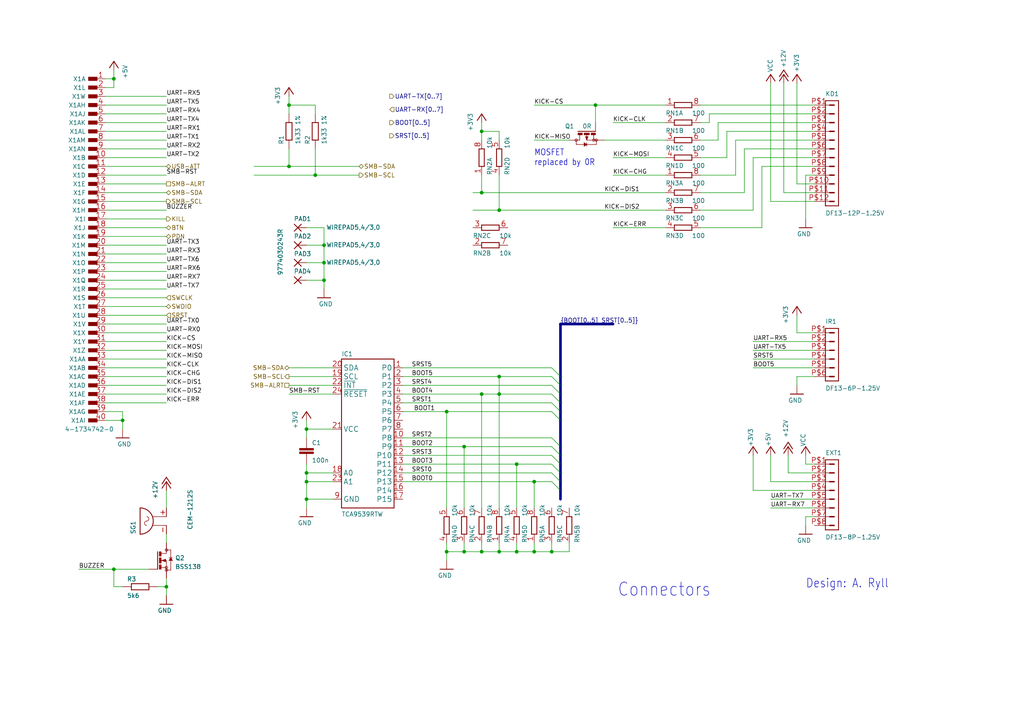
<source format=kicad_sch>
(kicad_sch (version 20250114) (generator "eeschema") (generator_version "9.0")
  (paper "A4")
  (text "Connectors" (at 179.07 173.355 0) (effects (font (size 3.81 3.2385)) (justify left bottom)))
  (text "Design: A. Ryll" (at 233.68 170.815 0) (effects (font (size 2.54 2.159)) (justify left bottom)))
  (text "MOSFET\nreplaced by 0R" (at 154.94 48.26 0) (effects (font (size 1.778 1.5113)) (justify left bottom)))
  (junction (at 129.54 119.38))
  (junction (at 154.94 139.7))
  (junction (at 160.02 160.02))
  (junction (at 129.54 160.02))
  (junction (at 172.72 30.48))
  (junction (at 134.62 129.54))
  (junction (at 149.86 134.62))
  (junction (at 134.62 160.02))
  (junction (at 93.98 76.2))
  (junction (at 83.82 30.48))
  (junction (at 144.78 114.3))
  (junction (at 88.9 139.7))
  (junction (at 139.7 38.1))
  (junction (at 149.86 160.02))
  (junction (at 93.98 71.12))
  (junction (at 144.78 60.96))
  (junction (at 88.9 124.46))
  (junction (at 91.44 50.8))
  (junction (at 144.78 109.22))
  (junction (at 48.26 170.18))
  (junction (at 88.9 144.78))
  (junction (at 33.02 22.86))
  (junction (at 139.7 114.3))
  (junction (at 93.98 81.28))
  (junction (at 139.7 55.88))
  (junction (at 83.82 48.26))
  (junction (at 33.02 165.1))
  (junction (at 35.56 121.92))
  (junction (at 139.7 160.02))
  (junction (at 144.78 160.02))
  (junction (at 154.94 160.02))
  (junction (at 88.9 137.16))
  (bus_entry (at 160.02 139.7) (size 2.54 2.54))
  (bus_entry (at 160.02 119.38) (size 2.54 2.54))
  (bus_entry (at 160.02 134.62) (size 2.54 2.54))
  (bus_entry (at 160.02 111.76) (size 2.54 2.54))
  (bus_entry (at 160.02 129.54) (size 2.54 2.54))
  (bus_entry (at 160.02 106.68) (size 2.54 2.54))
  (bus_entry (at 160.02 137.16) (size 2.54 2.54))
  (bus_entry (at 160.02 116.84) (size 2.54 2.54))
  (bus_entry (at 160.02 132.08) (size 2.54 2.54))
  (bus_entry (at 160.02 109.22) (size 2.54 2.54))
  (bus_entry (at 160.02 114.3) (size 2.54 2.54))
  (bus_entry (at 160.02 127) (size 2.54 2.54))
  (wire (pts (xy 236.22 147.32) (xy 223.52 147.32)) (stroke (width 0.1524)))
  (wire (pts (xy 88.9 66.04) (xy 93.98 66.04)) (stroke (width 0.1524)))
  (wire (pts (xy 91.44 50.8) (xy 104.14 50.8)) (stroke (width 0.1524)))
  (wire (pts (xy 129.54 147.32) (xy 129.54 119.38)) (stroke (width 0.1524)))
  (wire (pts (xy 30.48 22.86) (xy 33.02 22.86)) (stroke (width 0.1524)))
  (bus (pts (xy 162.56 93.98) (xy 177.8 93.98)) (stroke (width 0.762)))
  (wire (pts (xy 139.7 160.02) (xy 144.78 160.02)) (stroke (width 0.1524)))
  (wire (pts (xy 33.02 22.86) (xy 33.02 20.32)) (stroke (width 0.1524)))
  (wire (pts (xy 139.7 147.32) (xy 139.7 114.3)) (stroke (width 0.1524)))
  (wire (pts (xy 134.62 160.02) (xy 134.62 157.48)) (stroke (width 0.1524)))
  (wire (pts (xy 96.52 139.7) (xy 88.9 139.7)) (stroke (width 0.1524)))
  (wire (pts (xy 88.9 124.46) (xy 88.9 121.92)) (stroke (width 0.1524)))
  (wire (pts (xy 231.14 53.34) (xy 236.22 53.34)) (stroke (width 0.1524)))
  (wire (pts (xy 73.66 50.8) (xy 91.44 50.8)) (stroke (width 0.1524)))
  (wire (pts (xy 236.22 104.14) (xy 218.44 104.14)) (stroke (width 0.1524)))
  (wire (pts (xy 203.2 40.64) (xy 208.28 40.64)) (stroke (width 0.1524)))
  (wire (pts (xy 139.7 38.1) (xy 139.7 35.56)) (stroke (width 0.1524)))
  (wire (pts (xy 48.26 40.64) (xy 30.48 40.64)) (stroke (width 0.1524)))
  (wire (pts (xy 30.48 78.74) (xy 48.26 78.74)) (stroke (width 0.1524)))
  (wire (pts (xy 218.44 142.24) (xy 218.44 132.08)) (stroke (width 0.1524)))
  (wire (pts (xy 134.62 147.32) (xy 134.62 129.54)) (stroke (width 0.1524)))
  (wire (pts (xy 93.98 81.28) (xy 93.98 83.82)) (stroke (width 0.1524)))
  (wire (pts (xy 83.82 48.26) (xy 104.14 48.26)) (stroke (width 0.1524)))
  (wire (pts (xy 236.22 106.68) (xy 218.44 106.68)) (stroke (width 0.1524)))
  (wire (pts (xy 208.28 40.64) (xy 208.28 35.56)) (stroke (width 0.1524)))
  (wire (pts (xy 149.86 147.32) (xy 149.86 134.62)) (stroke (width 0.1524)))
  (wire (pts (xy 228.6 137.16) (xy 228.6 132.08)) (stroke (width 0.1524)))
  (wire (pts (xy 203.2 45.72) (xy 210.82 45.72)) (stroke (width 0.1524)))
  (wire (pts (xy 48.26 43.18) (xy 30.48 43.18)) (stroke (width 0.1524)))
  (bus (pts (xy 162.56 121.92) (xy 162.56 119.38)) (stroke (width 0.762)))
  (wire (pts (xy 175.26 40.64) (xy 193.04 40.64)) (stroke (width 0.1524)))
  (wire (pts (xy 48.26 170.18) (xy 48.26 167.64)) (stroke (width 0.1524)))
  (wire (pts (xy 116.84 114.3) (xy 139.7 114.3)) (stroke (width 0.1524)))
  (wire (pts (xy 144.78 114.3) (xy 160.02 114.3)) (stroke (width 0.1524)))
  (wire (pts (xy 30.48 73.66) (xy 48.26 73.66)) (stroke (width 0.1524)))
  (wire (pts (xy 144.78 114.3) (xy 144.78 109.22)) (stroke (width 0.1524)))
  (wire (pts (xy 96.52 111.76) (xy 83.82 111.76)) (stroke (width 0.1524)))
  (wire (pts (xy 96.52 106.68) (xy 83.82 106.68)) (stroke (width 0.1524)))
  (wire (pts (xy 33.02 170.18) (xy 33.02 165.1)) (stroke (width 0.1524)))
  (wire (pts (xy 144.78 147.32) (xy 144.78 114.3)) (stroke (width 0.1524)))
  (wire (pts (xy 116.84 129.54) (xy 134.62 129.54)) (stroke (width 0.1524)))
  (wire (pts (xy 88.9 139.7) (xy 88.9 144.78)) (stroke (width 0.1524)))
  (wire (pts (xy 193.04 50.8) (xy 177.8 50.8)) (stroke (width 0.1524)))
  (wire (pts (xy 231.14 53.34) (xy 231.14 24.13)) (stroke (width 0.1524)))
  (wire (pts (xy 205.74 35.56) (xy 205.74 33.02)) (stroke (width 0.1524)))
  (wire (pts (xy 116.84 106.68) (xy 160.02 106.68)) (stroke (width 0.1524)))
  (wire (pts (xy 144.78 160.02) (xy 149.86 160.02)) (stroke (width 0.1524)))
  (wire (pts (xy 116.84 137.16) (xy 160.02 137.16)) (stroke (width 0.1524)))
  (wire (pts (xy 236.22 134.62) (xy 233.68 134.62)) (stroke (width 0.1524)))
  (wire (pts (xy 116.84 109.22) (xy 144.78 109.22)) (stroke (width 0.1524)))
  (wire (pts (xy 93.98 76.2) (xy 93.98 81.28)) (stroke (width 0.1524)))
  (bus (pts (xy 162.56 116.84) (xy 162.56 114.3)) (stroke (width 0.762)))
  (wire (pts (xy 73.66 48.26) (xy 83.82 48.26)) (stroke (width 0.1524)))
  (wire (pts (xy 129.54 160.02) (xy 134.62 160.02)) (stroke (width 0.1524)))
  (wire (pts (xy 30.48 109.22) (xy 48.26 109.22)) (stroke (width 0.1524)))
  (wire (pts (xy 227.33 55.88) (xy 227.33 24.13)) (stroke (width 0.1524)))
  (wire (pts (xy 93.98 71.12) (xy 93.98 76.2)) (stroke (width 0.1524)))
  (wire (pts (xy 48.26 88.9) (xy 30.48 88.9)) (stroke (width 0.1524)))
  (wire (pts (xy 35.56 170.18) (xy 33.02 170.18)) (stroke (width 0.1524)))
  (wire (pts (xy 144.78 40.64) (xy 144.78 38.1)) (stroke (width 0.1524)))
  (wire (pts (xy 35.56 119.38) (xy 35.56 121.92)) (stroke (width 0.1524)))
  (wire (pts (xy 139.7 50.8) (xy 139.7 55.88)) (stroke (width 0.1524)))
  (wire (pts (xy 48.26 38.1) (xy 30.48 38.1)) (stroke (width 0.1524)))
  (wire (pts (xy 48.26 93.98) (xy 30.48 93.98)) (stroke (width 0.1524)))
  (wire (pts (xy 48.26 147.32) (xy 48.26 142.24)) (stroke (width 0.1524)))
  (wire (pts (xy 215.9 43.18) (xy 236.22 43.18)) (stroke (width 0.1524)))
  (wire (pts (xy 48.26 81.28) (xy 30.48 81.28)) (stroke (width 0.1524)))
  (wire (pts (xy 236.22 144.78) (xy 223.52 144.78)) (stroke (width 0.1524)))
  (wire (pts (xy 236.22 96.52) (xy 231.14 96.52)) (stroke (width 0.1524)))
  (wire (pts (xy 30.48 76.2) (xy 48.26 76.2)) (stroke (width 0.1524)))
  (wire (pts (xy 93.98 66.04) (xy 93.98 71.12)) (stroke (width 0.1524)))
  (wire (pts (xy 48.26 63.5) (xy 30.48 63.5)) (stroke (width 0.1524)))
  (wire (pts (xy 129.54 160.02) (xy 129.54 157.48)) (stroke (width 0.1524)))
  (bus (pts (xy 162.56 139.7) (xy 162.56 137.16)) (stroke (width 0.762)))
  (wire (pts (xy 231.14 109.22) (xy 231.14 111.76)) (stroke (width 0.1524)))
  (wire (pts (xy 213.36 40.64) (xy 236.22 40.64)) (stroke (width 0.1524)))
  (wire (pts (xy 233.68 134.62) (xy 233.68 132.08)) (stroke (width 0.1524)))
  (bus (pts (xy 162.56 134.62) (xy 162.56 132.08)) (stroke (width 0.762)))
  (wire (pts (xy 48.26 96.52) (xy 30.48 96.52)) (stroke (width 0.1524)))
  (wire (pts (xy 30.48 99.06) (xy 48.26 99.06)) (stroke (width 0.1524)))
  (wire (pts (xy 30.48 116.84) (xy 48.26 116.84)) (stroke (width 0.1524)))
  (wire (pts (xy 48.26 30.48) (xy 30.48 30.48)) (stroke (width 0.1524)))
  (wire (pts (xy 48.26 58.42) (xy 30.48 58.42)) (stroke (width 0.1524)))
  (wire (pts (xy 144.78 60.96) (xy 137.16 60.96)) (stroke (width 0.1524)))
  (wire (pts (xy 48.26 55.88) (xy 30.48 55.88)) (stroke (width 0.1524)))
  (wire (pts (xy 48.26 48.26) (xy 30.48 48.26)) (stroke (width 0.1524)))
  (wire (pts (xy 88.9 137.16) (xy 88.9 134.62)) (stroke (width 0.1524)))
  (bus (pts (xy 162.56 129.54) (xy 162.56 121.92)) (stroke (width 0.762)))
  (wire (pts (xy 30.48 86.36) (xy 48.26 86.36)) (stroke (width 0.1524)))
  (wire (pts (xy 129.54 162.56) (xy 129.54 160.02)) (stroke (width 0.1524)))
  (wire (pts (xy 139.7 114.3) (xy 144.78 114.3)) (stroke (width 0.1524)))
  (wire (pts (xy 165.1 160.02) (xy 165.1 157.48)) (stroke (width 0.1524)))
  (wire (pts (xy 227.33 55.88) (xy 236.22 55.88)) (stroke (width 0.1524)))
  (wire (pts (xy 213.36 50.8) (xy 213.36 40.64)) (stroke (width 0.1524)))
  (bus (pts (xy 162.56 142.24) (xy 162.56 139.7)) (stroke (width 0.762)))
  (wire (pts (xy 236.22 109.22) (xy 231.14 109.22)) (stroke (width 0.1524)))
  (wire (pts (xy 154.94 160.02) (xy 160.02 160.02)) (stroke (width 0.1524)))
  (wire (pts (xy 96.52 109.22) (xy 83.82 109.22)) (stroke (width 0.1524)))
  (wire (pts (xy 149.86 160.02) (xy 149.86 157.48)) (stroke (width 0.1524)))
  (wire (pts (xy 139.7 55.88) (xy 193.04 55.88)) (stroke (width 0.1524)))
  (wire (pts (xy 33.02 165.1) (xy 22.86 165.1)) (stroke (width 0.1524)))
  (wire (pts (xy 48.26 45.72) (xy 30.48 45.72)) (stroke (width 0.1524)))
  (wire (pts (xy 144.78 109.22) (xy 160.02 109.22)) (stroke (width 0.1524)))
  (wire (pts (xy 96.52 144.78) (xy 88.9 144.78)) (stroke (width 0.1524)))
  (wire (pts (xy 193.04 35.56) (xy 177.8 35.56)) (stroke (width 0.1524)))
  (wire (pts (xy 48.26 91.44) (xy 30.48 91.44)) (stroke (width 0.1524)))
  (wire (pts (xy 203.2 50.8) (xy 213.36 50.8)) (stroke (width 0.1524)))
  (wire (pts (xy 116.84 139.7) (xy 154.94 139.7)) (stroke (width 0.1524)))
  (wire (pts (xy 116.84 127) (xy 160.02 127)) (stroke (width 0.1524)))
  (bus (pts (xy 162.56 144.78) (xy 162.56 142.24)) (stroke (width 0.762)))
  (wire (pts (xy 203.2 66.04) (xy 220.98 66.04)) (stroke (width 0.1524)))
  (wire (pts (xy 116.84 132.08) (xy 160.02 132.08)) (stroke (width 0.1524)))
  (wire (pts (xy 210.82 38.1) (xy 236.22 38.1)) (stroke (width 0.1524)))
  (wire (pts (xy 116.84 134.62) (xy 149.86 134.62)) (stroke (width 0.1524)))
  (wire (pts (xy 215.9 55.88) (xy 215.9 43.18)) (stroke (width 0.1524)))
  (wire (pts (xy 30.48 106.68) (xy 48.26 106.68)) (stroke (width 0.1524)))
  (wire (pts (xy 218.44 60.96) (xy 218.44 45.72)) (stroke (width 0.1524)))
  (wire (pts (xy 144.78 160.02) (xy 144.78 157.48)) (stroke (width 0.1524)))
  (bus (pts (xy 162.56 114.3) (xy 162.56 111.76)) (stroke (width 0.762)))
  (bus (pts (xy 162.56 137.16) (xy 162.56 134.62)) (stroke (width 0.762)))
  (bus (pts (xy 162.56 111.76) (xy 162.56 109.22)) (stroke (width 0.762)))
  (wire (pts (xy 165.1 40.64) (xy 154.94 40.64)) (stroke (width 0.1524)))
  (wire (pts (xy 172.72 30.48) (xy 193.04 30.48)) (stroke (width 0.1524)))
  (wire (pts (xy 91.44 30.48) (xy 83.82 30.48)) (stroke (width 0.1524)))
  (wire (pts (xy 236.22 149.86) (xy 233.68 149.86)) (stroke (width 0.1524)))
  (wire (pts (xy 139.7 157.48) (xy 139.7 160.02)) (stroke (width 0.1524)))
  (wire (pts (xy 231.14 96.52) (xy 231.14 91.44)) (stroke (width 0.1524)))
  (wire (pts (xy 88.9 144.78) (xy 88.9 147.32)) (stroke (width 0.1524)))
  (wire (pts (xy 160.02 157.48) (xy 160.02 160.02)) (stroke (width 0.1524)))
  (wire (pts (xy 83.82 30.48) (xy 83.82 27.94)) (stroke (width 0.1524)))
  (wire (pts (xy 48.26 53.34) (xy 30.48 53.34)) (stroke (width 0.1524)))
  (wire (pts (xy 91.44 43.18) (xy 91.44 50.8)) (stroke (width 0.1524)))
  (wire (pts (xy 205.74 33.02) (xy 236.22 33.02)) (stroke (width 0.1524)))
  (wire (pts (xy 223.52 139.7) (xy 223.52 132.08)) (stroke (width 0.1524)))
  (wire (pts (xy 220.98 66.04) (xy 220.98 48.26)) (stroke (width 0.1524)))
  (wire (pts (xy 236.22 142.24) (xy 218.44 142.24)) (stroke (width 0.1524)))
  (wire (pts (xy 236.22 99.06) (xy 218.44 99.06)) (stroke (width 0.1524)))
  (wire (pts (xy 88.9 76.2) (xy 93.98 76.2)) (stroke (width 0.1524)))
  (wire (pts (xy 203.2 30.48) (xy 236.22 30.48)) (stroke (width 0.1524)))
  (wire (pts (xy 88.9 81.28) (xy 93.98 81.28)) (stroke (width 0.1524)))
  (wire (pts (xy 139.7 38.1) (xy 139.7 40.64)) (stroke (width 0.1524)))
  (wire (pts (xy 177.8 66.04) (xy 193.04 66.04)) (stroke (width 0.1524)))
  (wire (pts (xy 236.22 50.8) (xy 233.68 50.8)) (stroke (width 0.1524)))
  (wire (pts (xy 35.56 121.92) (xy 35.56 124.46)) (stroke (width 0.1524)))
  (wire (pts (xy 129.54 119.38) (xy 160.02 119.38)) (stroke (width 0.1524)))
  (wire (pts (xy 193.04 45.72) (xy 177.8 45.72)) (stroke (width 0.1524)))
  (wire (pts (xy 172.72 30.48) (xy 154.94 30.48)) (stroke (width 0.1524)))
  (wire (pts (xy 154.94 160.02) (xy 154.94 157.48)) (stroke (width 0.1524)))
  (wire (pts (xy 88.9 124.46) (xy 88.9 127)) (stroke (width 0.1524)))
  (wire (pts (xy 193.04 60.96) (xy 144.78 60.96)) (stroke (width 0.1524)))
  (wire (pts (xy 116.84 119.38) (xy 129.54 119.38)) (stroke (width 0.1524)))
  (wire (pts (xy 30.48 111.76) (xy 48.26 111.76)) (stroke (width 0.1524)))
  (wire (pts (xy 30.48 71.12) (xy 48.26 71.12)) (stroke (width 0.1524)))
  (wire (pts (xy 30.48 114.3) (xy 48.26 114.3)) (stroke (width 0.1524)))
  (wire (pts (xy 154.94 139.7) (xy 160.02 139.7)) (stroke (width 0.1524)))
  (wire (pts (xy 236.22 137.16) (xy 228.6 137.16)) (stroke (width 0.1524)))
  (wire (pts (xy 48.26 60.96) (xy 30.48 60.96)) (stroke (width 0.1524)))
  (wire (pts (xy 149.86 160.02) (xy 154.94 160.02)) (stroke (width 0.1524)))
  (wire (pts (xy 96.52 124.46) (xy 88.9 124.46)) (stroke (width 0.1524)))
  (wire (pts (xy 134.62 129.54) (xy 160.02 129.54)) (stroke (width 0.1524)))
  (wire (pts (xy 208.28 35.56) (xy 236.22 35.56)) (stroke (width 0.1524)))
  (wire (pts (xy 144.78 38.1) (xy 139.7 38.1)) (stroke (width 0.1524)))
  (wire (pts (xy 30.48 68.58) (xy 48.26 68.58)) (stroke (width 0.1524)))
  (wire (pts (xy 30.48 121.92) (xy 35.56 121.92)) (stroke (width 0.1524)))
  (wire (pts (xy 48.26 172.72) (xy 48.26 170.18)) (stroke (width 0.1524)))
  (wire (pts (xy 88.9 71.12) (xy 93.98 71.12)) (stroke (width 0.1524)))
  (wire (pts (xy 33.02 165.1) (xy 43.18 165.1)) (stroke (width 0.1524)))
  (wire (pts (xy 83.82 43.18) (xy 83.82 48.26)) (stroke (width 0.1524)))
  (bus (pts (xy 162.56 109.22) (xy 162.56 93.98)) (stroke (width 0.762)))
  (wire (pts (xy 220.98 48.26) (xy 236.22 48.26)) (stroke (width 0.1524)))
  (wire (pts (xy 116.84 116.84) (xy 160.02 116.84)) (stroke (width 0.1524)))
  (wire (pts (xy 233.68 50.8) (xy 233.68 63.5)))
  (wire (pts (xy 30.48 104.14) (xy 48.26 104.14)) (stroke (width 0.1524)))
  (wire (pts (xy 48.26 33.02) (xy 30.48 33.02)) (stroke (width 0.1524)))
  (wire (pts (xy 233.68 149.86) (xy 233.68 152.4)) (stroke (width 0.1524)))
  (wire (pts (xy 91.44 33.02) (xy 91.44 30.48)) (stroke (width 0.1524)))
  (bus (pts (xy 162.56 119.38) (xy 162.56 116.84)) (stroke (width 0.762)))
  (wire (pts (xy 48.26 170.18) (xy 45.72 170.18)) (stroke (width 0.1524)))
  (wire (pts (xy 160.02 160.02) (xy 165.1 160.02)) (stroke (width 0.1524)))
  (wire (pts (xy 48.26 157.48) (xy 48.26 154.94)) (stroke (width 0.1524)))
  (wire (pts (xy 223.52 58.42) (xy 231.14 58.42)))
  (wire (pts (xy 30.48 101.6) (xy 48.26 101.6)) (stroke (width 0.1524)))
  (wire (pts (xy 33.02 25.4) (xy 33.02 22.86)) (stroke (width 0.1524)))
  (wire (pts (xy 96.52 137.16) (xy 88.9 137.16)) (stroke (width 0.1524)))
  (wire (pts (xy 48.26 66.04) (xy 30.48 66.04)) (stroke (width 0.1524)))
  (wire (pts (xy 30.48 119.38) (xy 35.56 119.38)) (stroke (width 0.1524)))
  (wire (pts (xy 236.22 58.42) (xy 231.14 58.42)) (stroke (width 0.1524)))
  (wire (pts (xy 218.44 45.72) (xy 236.22 45.72)) (stroke (width 0.1524)))
  (wire (pts (xy 223.52 24.13) (xy 223.52 58.42)))
  (wire (pts (xy 203.2 35.56) (xy 205.74 35.56)) (stroke (width 0.1524)))
  (wire (pts (xy 88.9 137.16) (xy 88.9 139.7)) (stroke (width 0.1524)))
  (wire (pts (xy 48.26 83.82) (xy 30.48 83.82)) (stroke (width 0.1524)))
  (wire (pts (xy 137.16 55.88) (xy 139.7 55.88)) (stroke (width 0.1524)))
  (bus (pts (xy 162.56 132.08) (xy 162.56 129.54)) (stroke (width 0.762)))
  (wire (pts (xy 154.94 147.32) (xy 154.94 139.7)) (stroke (width 0.1524)))
  (wire (pts (xy 83.82 33.02) (xy 83.82 30.48)) (stroke (width 0.1524)))
  (wire (pts (xy 48.26 35.56) (xy 30.48 35.56)) (stroke (width 0.1524)))
  (wire (pts (xy 116.84 111.76) (xy 160.02 111.76)) (stroke (width 0.1524)))
  (wire (pts (xy 48.26 50.8) (xy 30.48 50.8)) (stroke (width 0.1524)))
  (wire (pts (xy 48.26 27.94) (xy 30.48 27.94)) (stroke (width 0.1524)))
  (wire (pts (xy 144.78 50.8) (xy 144.78 60.96)) (stroke (width 0.1524)))
  (wire (pts (xy 203.2 55.88) (xy 215.9 55.88)) (stroke (width 0.1524)))
  (wire (pts (xy 172.72 35.56) (xy 172.72 30.48)) (stroke (width 0.1524)))
  (wire (pts (xy 236.22 139.7) (xy 223.52 139.7)) (stroke (width 0.1524)))
  (wire (pts (xy 149.86 134.62) (xy 160.02 134.62)) (stroke (width 0.1524)))
  (wire (pts (xy 134.62 160.02) (xy 139.7 160.02)) (stroke (width 0.1524)))
  (wire (pts (xy 96.52 114.3) (xy 83.82 114.3)) (stroke (width 0.1524)))
  (wire (pts (xy 30.48 25.4) (xy 33.02 25.4)) (stroke (width 0.1524)))
  (wire (pts (xy 236.22 101.6) (xy 218.44 101.6)) (stroke (width 0.1524)))
  (wire (pts (xy 203.2 60.96) (xy 218.44 60.96)) (stroke (width 0.1524)))
  (wire (pts (xy 210.82 45.72) (xy 210.82 38.1)) (stroke (width 0.1524)))
  (label "SMB-RST" (at 83.82 114.3 0) (effects (font (size 1.2446 1.2446))))
  (label "KICK-CHG" (at 177.8 50.8 0) (effects (font (size 1.2446 1.2446))))
  (label "SRST4" (at 119.38 111.76 0) (effects (font (size 1.2446 1.2446))))
  (label "UART-TX5" (at 48.26 30.48 0) (effects (font (size 1.2446 1.2446))))
  (label "BOOT3" (at 119.38 134.62 0) (effects (font (size 1.2446 1.2446))))
  (label "SRST5" (at 218.44 104.14 0) (effects (font (size 1.2446 1.2446))))
  (label "KICK-DIS1" (at 175.26 55.88 0) (effects (font (size 1.2446 1.2446))))
  (label "UART-TX7" (at 48.26 83.82 0) (effects (font (size 1.2446 1.2446))))
  (label "KICK-CLK" (at 48.26 106.68 0) (effects (font (size 1.2446 1.2446))))
  (label "KICK-ERR" (at 48.26 116.84 0) (effects (font (size 1.2446 1.2446))))
  (label "SRST0" (at 119.38 137.16 0) (effects (font (size 1.2446 1.2446))))
  (label "BUZZER" (at 48.26 60.96 0) (effects (font (size 1.2446 1.2446))))
  (label "KICK-DIS2" (at 48.26 114.3 0) (effects (font (size 1.2446 1.2446))))
  (label "UART-RX3" (at 48.26 73.66 0) (effects (font (size 1.2446 1.2446))))
  (label "UART-TX6" (at 48.26 76.2 0) (effects (font (size 1.2446 1.2446))))
  (label "UART-RX6" (at 48.26 78.74 0) (effects (font (size 1.2446 1.2446))))
  (label "UART-RX4" (at 48.26 33.02 0) (effects (font (size 1.2446 1.2446))))
  (label "KICK-CS" (at 154.94 30.48 0) (effects (font (size 1.2446 1.2446))))
  (label "KICK-ERR" (at 177.8 66.04 0) (effects (font (size 1.2446 1.2446))))
  (label "UART-TX2" (at 48.26 45.72 0) (effects (font (size 1.2446 1.2446))))
  (label "UART-RX1" (at 48.26 38.1 0) (effects (font (size 1.2446 1.2446))))
  (label "KICK-MOSI" (at 177.8 45.72 0) (effects (font (size 1.2446 1.2446))))
  (label "UART-TX7" (at 223.52 144.78 0) (effects (font (size 1.2446 1.2446))))
  (label "UART-TX4" (at 48.26 35.56 0) (effects (font (size 1.2446 1.2446))))
  (label "SRST3" (at 119.38 132.08 0) (effects (font (size 1.2446 1.2446))))
  (label "KICK-MOSI" (at 48.26 101.6 0) (effects (font (size 1.2446 1.2446))))
  (label "{BOOT[0..5] SRST[0..5]}" (at 162.56 93.98 0) (effects (font (size 1.2446 1.2446))))
  (label "BOOT2" (at 119.38 129.54 0) (effects (font (size 1.2446 1.2446))))
  (label "UART-TX3" (at 48.26 71.12 0) (effects (font (size 1.2446 1.2446))))
  (label "SRST5" (at 119.38 106.68 0) (effects (font (size 1.2446 1.2446))))
  (label "KICK-MISO" (at 154.94 40.64 0) (effects (font (size 1.2446 1.2446))))
  (label "UART-RX5" (at 218.44 99.06 0) (effects (font (size 1.2446 1.2446))))
  (label "UART-RX5" (at 48.26 27.94 0) (effects (font (size 1.2446 1.2446))))
  (label "KICK-MISO" (at 48.26 104.14 0) (effects (font (size 1.2446 1.2446))))
  (label "KICK-DIS2" (at 175.26 60.96 0) (effects (font (size 1.2446 1.2446))))
  (label "UART-RX0" (at 48.26 96.52 0) (effects (font (size 1.2446 1.2446))))
  (label "BOOT4" (at 119.38 114.3 0) (effects (font (size 1.2446 1.2446))))
  (label "BOOT5" (at 119.38 109.22 0) (effects (font (size 1.2446 1.2446))))
  (label "SMB-RST" (at 48.26 50.8 0) (effects (font (size 1.2446 1.2446))))
  (label "BOOT5" (at 218.44 106.68 0) (effects (font (size 1.2446 1.2446))))
  (label "UART-TX5" (at 218.44 101.6 0) (effects (font (size 1.2446 1.2446))))
  (label "BOOT0" (at 119.38 139.7 0) (effects (font (size 1.2446 1.2446))))
  (label "UART-RX2" (at 48.26 43.18 0) (effects (font (size 1.2446 1.2446))))
  (label "KICK-CS" (at 48.26 99.06 0) (effects (font (size 1.2446 1.2446))))
  (label "KICK-CLK" (at 177.8 35.56 0) (effects (font (size 1.2446 1.2446))))
  (label "BOOT1" (at 120.015 119.38 0) (effects (font (size 1.2446 1.2446))))
  (label "BUZZER" (at 22.86 165.1 0) (effects (font (size 1.2446 1.2446))))
  (label "KICK-DIS1" (at 48.26 111.76 0) (effects (font (size 1.2446 1.2446))))
  (label "UART-RX7" (at 223.52 147.32 0) (effects (font (size 1.2446 1.2446))))
  (label "UART-TX0" (at 48.26 93.98 0) (effects (font (size 1.2446 1.2446))))
  (label "UART-RX7" (at 48.26 81.28 0) (effects (font (size 1.2446 1.2446))))
  (label "UART-TX1" (at 48.26 40.64 0) (effects (font (size 1.2446 1.2446))))
  (label "SRST2" (at 119.38 127 0) (effects (font (size 1.2446 1.2446))))
  (label "SRST1" (at 119.38 116.84 0) (effects (font (size 1.2446 1.2446))))
  (label "KICK-CHG" (at 48.26 109.22 0) (effects (font (size 1.2446 1.2446))))
  (hierarchical_label "SMB-ALRT" (shape passive) (at 48.26 53.34 0) (effects (font (size 1.2446 1.2446))))
  (hierarchical_label "SMB-ALRT" (shape passive) (at 83.82 111.76 180) (effects (font (size 1.2446 1.2446))))
  (hierarchical_label "SMB-SCL" (shape output) (at 83.82 109.22 180) (effects (font (size 1.2446 1.2446))))
  (hierarchical_label "USB-ATT" (shape bidirectional) (at 48.26 48.26 0) (effects (font (size 1.2446 1.2446))))
  (hierarchical_label "KILL" (shape output) (at 48.26 63.5 0) (effects (font (size 1.2446 1.2446))))
  (hierarchical_label "SMB-SDA" (shape bidirectional) (at 48.26 55.88 0) (effects (font (size 1.2446 1.2446))))
  (hierarchical_label "BOOT[0..5]" (shape output) (at 113.03 35.56 0))
  (hierarchical_label "BTN" (shape bidirectional) (at 48.26 66.04 0) (effects (font (size 1.2446 1.2446))))
  (hierarchical_label "SMB-SDA" (shape bidirectional) (at 83.82 106.68 180) (effects (font (size 1.2446 1.2446))))
  (hierarchical_label "SWCLK" (shape input) (at 48.26 86.36 0) (effects (font (size 1.2446 1.2446))))
  (hierarchical_label "SMB-SDA" (shape bidirectional) (at 104.14 48.26 0) (effects (font (size 1.2446 1.2446))))
  (hierarchical_label "UART-TX[0..7]" (shape output) (at 113.03 27.94 0))
  (hierarchical_label "PDN" (shape bidirectional) (at 48.26 68.58 0) (effects (font (size 1.2446 1.2446))))
  (hierarchical_label "SWDIO" (shape bidirectional) (at 48.26 88.9 0) (effects (font (size 1.2446 1.2446))))
  (hierarchical_label "SRST[0..5]" (shape output) (at 113.03 39.37 0))
  (hierarchical_label "SRST" (shape input) (at 48.26 91.44 0) (effects (font (size 1.2446 1.2446))))
  (hierarchical_label "SMB-SCL" (shape output) (at 48.26 58.42 0) (effects (font (size 1.2446 1.2446))))
  (hierarchical_label "SMB-SCL" (shape output) (at 104.14 50.8 0) (effects (font (size 1.2446 1.2446))))
  (hierarchical_label "UART-RX[0..7]" (shape input) (at 113.03 31.75 0))
  (symbol (lib_id "Powerboard v1-eagle-import:TE-FPC-0.5MM-40V") (at 30.48 60.96 0) (mirror y) (unit 8)
    (property "Reference" "X1" (at 24.892 61.722 0) (effects (justify left bottom)))
    (property "Value" "4-1734742-0" (effects (hide yes)))
    (property "Footprint" "Powerboard v1:TE-4-1734742-0" (effects (hide yes)))
    (property "Digi-Key" "A100242CT-ND" (effects (hide yes)))
  )
  (symbol (lib_id "Powerboard v1-eagle-import:TE-FPC-0.5MM-40V") (at 30.48 25.4 0) (mirror y) (unit 12)
    (property "Reference" "X1" (at 24.892 26.162 0) (effects (justify left bottom)))
    (property "Value" "4-1734742-0" (effects (hide yes)))
    (property "Footprint" "Powerboard v1:TE-4-1734742-0" (effects (hide yes)))
    (property "Digi-Key" "A100242CT-ND" (effects (hide yes)))
  )
  (symbol (lib_id "Powerboard v1-eagle-import:4R-NEXB28V") (at 198.12 50.8 0) (unit 1)
    (property "Reference" "RN3" (at 193.04 53.848 0) (effects (justify left bottom)))
    (property "Value" "100" (at 200.66 53.848 0) (effects (justify left bottom)))
    (property "Footprint" "Powerboard v1:EXB28V" (effects (hide yes)))
    (property "Digi-Key" "Y7101CT-ND" (effects (hide yes)))
  )
  (symbol (lib_id "Powerboard v1-eagle-import:+3V3") (at 231.14 88.9 0) (unit 1)
    (property "Reference" "#CON:#+3V03" (effects (hide yes)))
    (property "Value" "+3V3" (at 228.6 93.98 90) (effects (justify left bottom)))
  )
  (symbol (lib_id "Powerboard v1-eagle-import:4R-NEXB28V") (at 149.86 152.4 90) (unit 4)
    (property "Reference" "RN5" (at 152.908 157.48 0) (effects (justify left bottom)))
    (property "Value" "10k" (at 152.908 149.86 0) (effects (justify left bottom)))
    (property "Footprint" "Powerboard v1:EXB28V" (effects (hide yes)))
    (property "Digi-Key" "741X083103JPCT-ND" (effects (hide yes)))
  )
  (symbol (lib_id "Powerboard v1-eagle-import:TE-FPC-0.5MM-40V") (at 30.48 58.42 0) (mirror y) (unit 7)
    (property "Reference" "X1" (at 24.892 59.182 0) (effects (justify left bottom)))
    (property "Value" "4-1734742-0" (effects (hide yes)))
    (property "Footprint" "Powerboard v1:TE-4-1734742-0" (effects (hide yes)))
    (property "Digi-Key" "A100242CT-ND" (effects (hide yes)))
  )
  (symbol (lib_id "Powerboard v1-eagle-import:4R-NEXB28V") (at 154.94 152.4 90) (unit 1)
    (property "Reference" "RN5" (at 157.988 157.48 0) (effects (justify left bottom)))
    (property "Value" "10k" (at 157.988 149.86 0) (effects (justify left bottom)))
    (property "Footprint" "Powerboard v1:EXB28V" (effects (hide yes)))
    (property "Digi-Key" "741X083103JPCT-ND" (effects (hide yes)))
  )
  (symbol (lib_id "Powerboard v1-eagle-import:GND") (at 233.68 154.94 0) (unit 1)
    (property "Reference" "#CON:#GND05" (effects (hide yes)))
    (property "Value" "GND" (at 231.14 157.48 0) (effects (justify left bottom)))
  )
  (symbol (lib_id "Powerboard v1-eagle-import:TE-FPC-0.5MM-40V") (at 30.48 45.72 0) (mirror y) (unit 2)
    (property "Reference" "X1" (at 24.892 46.482 0) (effects (justify left bottom)))
    (property "Value" "4-1734742-0" (effects (hide yes)))
    (property "Footprint" "Powerboard v1:TE-4-1734742-0" (effects (hide yes)))
    (property "Digi-Key" "A100242CT-ND" (effects (hide yes)))
  )
  (symbol (lib_id "Powerboard v1-eagle-import:TE-FPC-0.5MM-40V") (at 30.48 40.64 0) (mirror y) (unit 39)
    (property "Reference" "X1" (at 24.892 41.402 0) (effects (justify left bottom)))
    (property "Value" "4-1734742-0" (effects (hide yes)))
    (property "Footprint" "Powerboard v1:TE-4-1734742-0" (effects (hide yes)))
    (property "Digi-Key" "A100242CT-ND" (effects (hide yes)))
  )
  (symbol (lib_id "Powerboard v1-eagle-import:TE-FPC-0.5MM-40V") (at 30.48 81.28 0) (mirror y) (unit 17)
    (property "Reference" "X1" (at 24.892 82.042 0) (effects (justify left bottom)))
    (property "Value" "4-1734742-0" (effects (hide yes)))
    (property "Footprint" "Powerboard v1:TE-4-1734742-0" (effects (hide yes)))
    (property "Digi-Key" "A100242CT-ND" (effects (hide yes)))
  )
  (symbol (lib_id "Powerboard v1-eagle-import:BSS123") (at 48.26 162.56 0) (unit 1)
    (property "Reference" "Q2" (at 50.8 162.56 0) (effects (justify left bottom)))
    (property "Value" "BSS138" (at 50.8 165.1 0) (effects (justify left bottom)))
    (property "Footprint" "Powerboard v1:SOT23" (effects (hide yes)))
    (property "Digi-Key" "BSS138CT-ND" (effects (hide yes)))
  )
  (symbol (lib_id "Powerboard v1-eagle-import:TE-FPC-0.5MM-40V") (at 30.48 111.76 0) (mirror y) (unit 30)
    (property "Reference" "X1" (at 24.892 112.522 0) (effects (justify left bottom)))
    (property "Value" "4-1734742-0" (effects (hide yes)))
    (property "Footprint" "Powerboard v1:TE-4-1734742-0" (effects (hide yes)))
    (property "Digi-Key" "A100242CT-ND" (effects (hide yes)))
  )
  (symbol (lib_id "Powerboard v1-eagle-import:4R-NEXB28V") (at 160.02 152.4 90) (unit 3)
    (property "Reference" "RN5" (at 163.068 157.48 0) (effects (justify left bottom)))
    (property "Value" "10k" (at 163.068 149.86 0) (effects (justify left bottom)))
    (property "Footprint" "Powerboard v1:EXB28V" (effects (hide yes)))
    (property "Digi-Key" "741X083103JPCT-ND" (effects (hide yes)))
  )
  (symbol (lib_id "Powerboard v1-eagle-import:TE-FPC-0.5MM-40V") (at 30.48 104.14 0) (mirror y) (unit 27)
    (property "Reference" "X1" (at 24.892 104.902 0) (effects (justify left bottom)))
    (property "Value" "4-1734742-0" (effects (hide yes)))
    (property "Footprint" "Powerboard v1:TE-4-1734742-0" (effects (hide yes)))
    (property "Digi-Key" "A100242CT-ND" (effects (hide yes)))
  )
  (symbol (lib_id "Powerboard v1-eagle-import:TE-FPC-0.5MM-40V") (at 30.48 38.1 0) (mirror y) (unit 38)
    (property "Reference" "X1" (at 24.892 38.862 0) (effects (justify left bottom)))
    (property "Value" "4-1734742-0" (effects (hide yes)))
    (property "Footprint" "Powerboard v1:TE-4-1734742-0" (effects (hide yes)))
    (property "Digi-Key" "A100242CT-ND" (effects (hide yes)))
  )
  (symbol (lib_id "Powerboard v1-eagle-import:F/QMX") (at 45.72 152.4 90) (unit 1)
    (property "Reference" "SG1" (at 39.37 154.94 0) (effects (justify left bottom)))
    (property "Value" "CEM-1212S" (at 55.88 153.67 0) (effects (justify left bottom)))
    (property "Footprint" "Powerboard v1:F_QMX" (effects (hide yes)))
    (property "Digi-Key" "102-1156-ND" (effects (hide yes)))
  )
  (symbol (lib_id "Powerboard v1-eagle-import:WIREPAD5,4/3,0") (at 86.36 71.12 0) (unit 1) (in_bom no)
    (property "Reference" "PAD2" (at 85.217 69.2658 0) (effects (justify left bottom)))
    (property "Value" "WIREPAD5,4/3,0" (at 94.615 71.755 0) (effects (justify left bottom)))
    (property "Footprint" "Powerboard v1:5,4_3,0" (effects (hide yes)))
  )
  (symbol (lib_id "Powerboard v1-eagle-import:4R-NEXB28V") (at 144.78 152.4 90) (unit 1)
    (property "Reference" "RN4" (at 147.828 157.48 0) (effects (justify left bottom)))
    (property "Value" "10k" (at 147.828 149.86 0) (effects (justify left bottom)))
    (property "Footprint" "Powerboard v1:EXB28V" (effects (hide yes)))
    (property "Digi-Key" "741X083103JPCT-ND" (effects (hide yes)))
  )
  (symbol (lib_id "Powerboard v1-eagle-import:DF13-12P-1.25V") (at 241.3 48.26 0) (unit 1)
    (property "Reference" "KD1" (at 239.395 27.94 0) (effects (justify left bottom)))
    (property "Value" "DF13-12P-1.25V" (at 239.395 62.5475 0) (effects (justify left bottom)))
    (property "Footprint" "Powerboard v1:DF13C-12P-1.25V" (effects (hide yes)))
    (property "Digi-Key" "H121957CT-ND" (effects (hide yes)))
  )
  (symbol (lib_id "Powerboard v1-eagle-import:TE-FPC-0.5MM-40V") (at 30.48 78.74 0) (mirror y) (unit 16)
    (property "Reference" "X1" (at 24.892 79.502 0) (effects (justify left bottom)))
    (property "Value" "4-1734742-0" (effects (hide yes)))
    (property "Footprint" "Powerboard v1:TE-4-1734742-0" (effects (hide yes)))
    (property "Digi-Key" "A100242CT-ND" (effects (hide yes)))
  )
  (symbol (lib_id "Powerboard v1-eagle-import:DF13-6P-1.25V") (at 241.3 101.6 0) (unit 1)
    (property "Reference" "IR1" (at 239.395 93.98 0) (effects (justify left bottom)))
    (property "Value" "DF13-6P-1.25V" (at 239.395 113.3475 0) (effects (justify left bottom)))
    (property "Footprint" "Powerboard v1:DF13C-6P-1.25V" (effects (hide yes)))
    (property "Digi-Key" "H3436-ND" (effects (hide yes)))
  )
  (symbol (lib_id "Powerboard v1-eagle-import:TE-FPC-0.5MM-40V") (at 30.48 68.58 0) (mirror y) (unit 11)
    (property "Reference" "X1" (at 24.892 69.342 0) (effects (justify left bottom)))
    (property "Value" "4-1734742-0" (effects (hide yes)))
    (property "Footprint" "Powerboard v1:TE-4-1734742-0" (effects (hide yes)))
    (property "Digi-Key" "A100242CT-ND" (effects (hide yes)))
  )
  (symbol (lib_id "Powerboard v1-eagle-import:TE-FPC-0.5MM-40V") (at 30.48 71.12 0) (mirror y) (unit 13)
    (property "Reference" "X1" (at 24.892 71.882 0) (effects (justify left bottom)))
    (property "Value" "4-1734742-0" (effects (hide yes)))
    (property "Footprint" "Powerboard v1:TE-4-1734742-0" (effects (hide yes)))
    (property "Digi-Key" "A100242CT-ND" (effects (hide yes)))
  )
  (symbol (lib_id "Powerboard v1-eagle-import:DF13-8P-1.25V") (at 241.3 142.24 0) (unit 1)
    (property "Reference" "EXT1" (at 239.395 132.08 0) (effects (justify left bottom)))
    (property "Value" "DF13-8P-1.25V" (at 239.395 156.5275 0) (effects (justify left bottom)))
    (property "Footprint" "Powerboard v1:DF13C-8P-1.25V" (effects (hide yes)))
    (property "Digi-Key" "H126003CT-ND" (effects (hide yes)))
  )
  (symbol (lib_id "Powerboard v1-eagle-import:4R-NEXB28V") (at 129.54 152.4 90) (unit 4)
    (property "Reference" "RN4" (at 132.588 157.48 0) (effects (justify left bottom)))
    (property "Value" "10k" (at 132.588 149.86 0) (effects (justify left bottom)))
    (property "Footprint" "Powerboard v1:EXB28V" (effects (hide yes)))
    (property "Digi-Key" "741X083103JPCT-ND" (effects (hide yes)))
  )
  (symbol (lib_id "Powerboard v1-eagle-import:+12V") (at 48.26 139.7 0) (unit 1)
    (property "Reference" "#CON:#P+05" (effects (hide yes)))
    (property "Value" "+12V" (at 45.72 144.78 90) (effects (justify left bottom)))
  )
  (symbol (lib_id "Powerboard v1-eagle-import:WIREPAD5,4/3,0") (at 86.36 76.2 0) (unit 1) (in_bom no)
    (property "Reference" "PAD3" (at 85.217 74.3458 0) (effects (justify left bottom)))
    (property "Value" "WIREPAD5,4/3,0" (at 94.615 76.835 0) (effects (justify left bottom)))
    (property "Footprint" "Powerboard v1:5,4_3,0" (effects (hide yes)))
  )
  (symbol (lib_id "Powerboard v1-eagle-import:TCA9539RTW") (at 106.68 124.46 0) (unit 1)
    (property "Reference" "IC1" (at 99.06 103.378 0) (effects (justify left bottom)))
    (property "Value" "TCA9539RTW" (at 99.06 149.86 0) (effects (justify left bottom)))
    (property "Footprint" "Powerboard v1:WQFN24" (effects (hide yes)))
    (property "Digi-Key" "296-25157-1-ND" (effects (hide yes)))
  )
  (symbol (lib_id "Powerboard v1-eagle-import:TE-FPC-0.5MM-40V") (at 30.48 50.8 0) (mirror y) (unit 4)
    (property "Reference" "X1" (at 24.892 51.562 0) (effects (justify left bottom)))
    (property "Value" "4-1734742-0" (effects (hide yes)))
    (property "Footprint" "Powerboard v1:TE-4-1734742-0" (effects (hide yes)))
    (property "Digi-Key" "A100242CT-ND" (effects (hide yes)))
  )
  (symbol (lib_id "Powerboard v1-eagle-import:TE-FPC-0.5MM-40V") (at 30.48 91.44 0) (mirror y) (unit 21)
    (property "Reference" "X1" (at 24.892 92.202 0) (effects (justify left bottom)))
    (property "Value" "4-1734742-0" (effects (hide yes)))
    (property "Footprint" "Powerboard v1:TE-4-1734742-0" (effects (hide yes)))
    (property "Digi-Key" "A100242CT-ND" (effects (hide yes)))
  )
  (symbol (lib_id "Powerboard v1-eagle-import:GND") (at 129.54 165.1 0) (unit 1)
    (property "Reference" "#CON:#GND06" (effects (hide yes)))
    (property "Value" "GND" (at 127 167.64 0) (effects (justify left bottom)))
  )
  (symbol (lib_id "Powerboard v1-eagle-import:TE-FPC-0.5MM-40V") (at 30.48 114.3 0) (mirror y) (unit 31)
    (property "Reference" "X1" (at 24.892 115.062 0) (effects (justify left bottom)))
    (property "Value" "4-1734742-0" (effects (hide yes)))
    (property "Footprint" "Powerboard v1:TE-4-1734742-0" (effects (hide yes)))
    (property "Digi-Key" "A100242CT-ND" (effects (hide yes)))
  )
  (symbol (lib_id "Powerboard v1-eagle-import:TE-FPC-0.5MM-40V") (at 30.48 86.36 0) (mirror y) (unit 19)
    (property "Reference" "X1" (at 24.892 87.122 0) (effects (justify left bottom)))
    (property "Value" "4-1734742-0" (effects (hide yes)))
    (property "Footprint" "Powerboard v1:TE-4-1734742-0" (effects (hide yes)))
    (property "Digi-Key" "A100242CT-ND" (effects (hide yes)))
  )
  (symbol (lib_id "Powerboard v1-eagle-import:TE-FPC-0.5MM-40V") (at 30.48 96.52 0) (mirror y) (unit 24)
    (property "Reference" "X1" (at 24.892 97.282 0) (effects (justify left bottom)))
    (property "Value" "4-1734742-0" (effects (hide yes)))
    (property "Footprint" "Powerboard v1:TE-4-1734742-0" (effects (hide yes)))
    (property "Digi-Key" "A100242CT-ND" (effects (hide yes)))
  )
  (symbol (lib_id "Powerboard v1-eagle-import:TE-FPC-0.5MM-40V") (at 30.48 88.9 0) (mirror y) (unit 20)
    (property "Reference" "X1" (at 24.892 89.662 0) (effects (justify left bottom)))
    (property "Value" "4-1734742-0" (effects (hide yes)))
    (property "Footprint" "Powerboard v1:TE-4-1734742-0" (effects (hide yes)))
    (property "Digi-Key" "A100242CT-ND" (effects (hide yes)))
  )
  (symbol (lib_id "Powerboard v1-eagle-import:C-EUC0603") (at 88.9 129.54 0) (unit 1)
    (property "Reference" "C1" (at 90.424 129.159 0) (effects (justify left bottom)))
    (property "Value" "100n" (at 90.424 134.239 0) (effects (justify left bottom)))
    (property "Footprint" "Powerboard v1:C0603" (effects (hide yes)))
    (property "Digi-Key" "1292-1397-1-ND" (effects (hide yes)))
  )
  (symbol (lib_id "Powerboard v1-eagle-import:GND") (at 231.14 114.3 0) (unit 1)
    (property "Reference" "#CON:#GND02" (effects (hide yes)))
    (property "Value" "GND" (at 228.6 116.84 0) (effects (justify left bottom)))
  )
  (symbol (lib_id "Powerboard v1-eagle-import:WIREPAD5,4/3,0") (at 86.36 66.04 0) (unit 1) (in_bom no)
    (property "Reference" "PAD1" (at 85.217 64.1858 0) (effects (justify left bottom)))
    (property "Value" "WIREPAD5,4/3,0" (at 94.615 66.675 0) (effects (justify left bottom)))
    (property "Footprint" "Powerboard v1:5,4_3,0" (effects (hide yes)))
  )
  (symbol (lib_id "Powerboard v1-eagle-import:4R-NEXB28V") (at 198.12 30.48 0) (unit 1)
    (property "Reference" "RN1" (at 193.04 33.528 0) (effects (justify left bottom)))
    (property "Value" "100" (at 200.66 33.528 0) (effects (justify left bottom)))
    (property "Footprint" "Powerboard v1:EXB28V" (effects (hide yes)))
    (property "Digi-Key" "Y7101CT-ND" (effects (hide yes)))
  )
  (symbol (lib_id "Powerboard v1-eagle-import:GND") (at 35.56 127 0) (mirror y) (unit 1)
    (property "Reference" "#CON:#GND03" (effects (hide yes)))
    (property "Value" "GND" (at 38.1 129.54 0) (effects (justify left bottom)))
  )
  (symbol (lib_id "Powerboard v1-eagle-import:TE-FPC-0.5MM-40V") (at 30.48 73.66 0) (mirror y) (unit 14)
    (property "Reference" "X1" (at 24.892 74.422 0) (effects (justify left bottom)))
    (property "Value" "4-1734742-0" (effects (hide yes)))
    (property "Footprint" "Powerboard v1:TE-4-1734742-0" (effects (hide yes)))
    (property "Digi-Key" "A100242CT-ND" (effects (hide yes)))
  )
  (symbol (lib_id "Powerboard v1-eagle-import:4R-NEXB28V") (at 165.1 152.4 90) (unit 2)
    (property "Reference" "RN5" (at 168.148 157.48 0) (effects (justify left bottom)))
    (property "Value" "10k" (at 168.148 149.86 0) (effects (justify left bottom)))
    (property "Footprint" "Powerboard v1:EXB28V" (effects (hide yes)))
    (property "Digi-Key" "741X083103JPCT-ND" (effects (hide yes)))
  )
  (symbol (lib_id "Powerboard v1-eagle-import:TE-FPC-0.5MM-40V") (at 30.48 119.38 0) (mirror y) (unit 33)
    (property "Reference" "X1" (at 24.892 120.142 0) (effects (justify left bottom)))
    (property "Value" "4-1734742-0" (effects (hide yes)))
    (property "Footprint" "Powerboard v1:TE-4-1734742-0" (effects (hide yes)))
    (property "Digi-Key" "A100242CT-ND" (effects (hide yes)))
  )
  (symbol (lib_id "Powerboard v1-eagle-import:4R-NEXB28V") (at 198.12 66.04 0) (unit 4)
    (property "Reference" "RN3" (at 193.04 69.088 0) (effects (justify left bottom)))
    (property "Value" "100" (at 200.66 69.088 0) (effects (justify left bottom)))
    (property "Footprint" "Powerboard v1:EXB28V" (effects (hide yes)))
    (property "Digi-Key" "Y7101CT-ND" (effects (hide yes)))
  )
  (symbol (lib_id "Powerboard v1-eagle-import:+5V") (at 33.02 17.78 0) (mirror y) (unit 1)
    (property "Reference" "#CON:#P+01" (effects (hide yes)))
    (property "Value" "+5V" (at 35.56 22.86 90) (effects (justify left bottom)))
  )
  (symbol (lib_id "Powerboard v1-eagle-import:+3V3") (at 83.82 25.4 0) (unit 1)
    (property "Reference" "#CON:#+3V01" (effects (hide yes)))
    (property "Value" "+3V3" (at 81.28 30.48 90) (effects (justify left bottom)))
  )
  (symbol (lib_id "Powerboard v1-eagle-import:VCC") (at 223.52 21.59 0) (unit 1)
    (property "Reference" "#CON:#P+06" (effects (hide yes)))
    (property "Value" "VCC" (at 224.155 20.955 90) (effects (justify left bottom)))
  )
  (symbol (lib_id "Powerboard v1-eagle-import:TE-FPC-0.5MM-40V") (at 30.48 116.84 0) (mirror y) (unit 32)
    (property "Reference" "X1" (at 24.892 117.602 0) (effects (justify left bottom)))
    (property "Value" "4-1734742-0" (effects (hide yes)))
    (property "Footprint" "Powerboard v1:TE-4-1734742-0" (effects (hide yes)))
    (property "Digi-Key" "A100242CT-ND" (effects (hide yes)))
  )
  (symbol (lib_id "Powerboard v1-eagle-import:4R-NEXB28V") (at 142.24 71.12 0) (unit 2)
    (property "Reference" "RN2" (at 137.16 74.168 0) (effects (justify left bottom)))
    (property "Value" "10k" (at 144.78 74.168 0) (effects (justify left bottom)))
    (property "Footprint" "Powerboard v1:EXB28V" (effects (hide yes)))
    (property "Digi-Key" "741X083103JPCT-ND" (effects (hide yes)))
  )
  (symbol (lib_id "Powerboard v1-eagle-import:GND") (at 88.9 149.86 0) (unit 1)
    (property "Reference" "#CON:#GND04" (effects (hide yes)))
    (property "Value" "GND" (at 86.36 152.4 0) (effects (justify left bottom)))
  )
  (symbol (lib_id "Powerboard v1-eagle-import:TE-FPC-0.5MM-40V") (at 30.48 63.5 0) (mirror y) (unit 9)
    (property "Reference" "X1" (at 24.892 64.262 0) (effects (justify left bottom)))
    (property "Value" "4-1734742-0" (effects (hide yes)))
    (property "Footprint" "Powerboard v1:TE-4-1734742-0" (effects (hide yes)))
    (property "Digi-Key" "A100242CT-ND" (effects (hide yes)))
  )
  (symbol (lib_id "Powerboard v1-eagle-import:+12V") (at 228.6 129.54 0) (unit 1)
    (property "Reference" "#CON:#P+03" (effects (hide yes)))
    (property "Value" "+12V" (at 228.6 127 90) (effects (justify left bottom)))
  )
  (symbol (lib_id "Powerboard v1-eagle-import:TE-FPC-0.5MM-40V") (at 30.48 48.26 0) (mirror y) (unit 3)
    (property "Reference" "X1" (at 24.892 49.022 0) (effects (justify left bottom)))
    (property "Value" "4-1734742-0" (effects (hide yes)))
    (property "Footprint" "Powerboard v1:TE-4-1734742-0" (effects (hide yes)))
    (property "Digi-Key" "A100242CT-ND" (effects (hide yes)))
  )
  (symbol (lib_id "Powerboard v1-eagle-import:TE-FPC-0.5MM-40V") (at 30.48 43.18 0) (mirror y) (unit 40)
    (property "Reference" "X1" (at 24.892 43.942 0) (effects (justify left bottom)))
    (property "Value" "4-1734742-0" (effects (hide yes)))
    (property "Footprint" "Powerboard v1:TE-4-1734742-0" (effects (hide yes)))
    (property "Digi-Key" "A100242CT-ND" (effects (hide yes)))
  )
  (symbol (lib_id "Powerboard v1-eagle-import:4R-NEXB28V") (at 139.7 45.72 90) (unit 1)
    (property "Reference" "RN2" (at 142.748 50.8 0) (effects (justify left bottom)))
    (property "Value" "10k" (at 142.748 43.18 0) (effects (justify left bottom)))
    (property "Footprint" "Powerboard v1:EXB28V" (effects (hide yes)))
    (property "Digi-Key" "741X083103JPCT-ND" (effects (hide yes)))
  )
  (symbol (lib_id "Powerboard v1-eagle-import:TE-FPC-0.5MM-40V") (at 30.48 27.94 0) (mirror y) (unit 23)
    (property "Reference" "X1" (at 24.892 28.702 0) (effects (justify left bottom)))
    (property "Value" "4-1734742-0" (effects (hide yes)))
    (property "Footprint" "Powerboard v1:TE-4-1734742-0" (effects (hide yes)))
    (property "Digi-Key" "A100242CT-ND" (effects (hide yes)))
  )
  (symbol (lib_id "Powerboard v1-eagle-import:+5V") (at 223.52 129.54 0) (unit 1)
    (property "Reference" "#CON:#P+02" (effects (hide yes)))
    (property "Value" "+5V" (at 223.52 129.54 90) (effects (justify left bottom)))
  )
  (symbol (lib_id "Powerboard v1-eagle-import:TE-FPC-0.5MM-40V") (at 30.48 66.04 0) (mirror y) (unit 10)
    (property "Reference" "X1" (at 24.892 66.802 0) (effects (justify left bottom)))
    (property "Value" "4-1734742-0" (effects (hide yes)))
    (property "Footprint" "Powerboard v1:TE-4-1734742-0" (effects (hide yes)))
    (property "Digi-Key" "A100242CT-ND" (effects (hide yes)))
  )
  (symbol (lib_id "Powerboard v1-eagle-import:TE-FPC-0.5MM-40V") (at 30.48 99.06 0) (mirror y) (unit 25)
    (property "Reference" "X1" (at 24.892 99.822 0) (effects (justify left bottom)))
    (property "Value" "4-1734742-0" (effects (hide yes)))
    (property "Footprint" "Powerboard v1:TE-4-1734742-0" (effects (hide yes)))
    (property "Digi-Key" "A100242CT-ND" (effects (hide yes)))
  )
  (symbol (lib_id "Powerboard v1-eagle-import:+3V3") (at 231.14 21.59 0) (unit 1)
    (property "Reference" "#CON:#+3V06" (effects (hide yes)))
    (property "Value" "+3V3" (at 231.775 20.955 90) (effects (justify left bottom)))
  )
  (symbol (lib_id "Powerboard v1-eagle-import:BSS84") (at 170.18 40.64 270) (unit 1)
    (property "Reference" "Q1" (at 163.83 37.338 90) (effects (justify left bottom)))
    (property "Value" "0R" (at 168.91 37.338 90) (effects (justify left bottom)))
    (property "Footprint" "Powerboard v1:SOT23" (effects (hide yes)))
    (property "Digi-Key" "311-0.0GRCT-ND" (effects (hide yes)))
  )
  (symbol (lib_id "Powerboard v1-eagle-import:+3V3") (at 218.44 129.54 0) (unit 1)
    (property "Reference" "#CON:#+3V05" (effects (hide yes)))
    (property "Value" "+3V3" (at 218.44 129.54 90) (effects (justify left bottom)))
  )
  (symbol (lib_id "Powerboard v1-eagle-import:TE-FPC-0.5MM-40V") (at 30.48 30.48 0) (mirror y) (unit 34)
    (property "Reference" "X1" (at 24.892 31.242 0) (effects (justify left bottom)))
    (property "Value" "4-1734742-0" (effects (hide yes)))
    (property "Footprint" "Powerboard v1:TE-4-1734742-0" (effects (hide yes)))
    (property "Digi-Key" "A100242CT-ND" (effects (hide yes)))
  )
  (symbol (lib_id "Powerboard v1-eagle-import:TE-FPC-0.5MM-40V") (at 30.48 35.56 0) (mirror y) (unit 37)
    (property "Reference" "X1" (at 24.892 36.322 0) (effects (justify left bottom)))
    (property "Value" "4-1734742-0" (effects (hide yes)))
    (property "Footprint" "Powerboard v1:TE-4-1734742-0" (effects (hide yes)))
    (property "Digi-Key" "A100242CT-ND" (effects (hide yes)))
  )
  (symbol (lib_id "Powerboard v1-eagle-import:R-EU_R0603") (at 40.64 170.18 0) (unit 1)
    (property "Reference" "R3" (at 36.83 168.6814 0) (effects (justify left bottom)))
    (property "Value" "5k6" (at 36.83 173.482 0) (effects (justify left bottom)))
    (property "Footprint" "Powerboard v1:R0603" (effects (hide yes)))
    (property "Digi-Key" "311-5.60KHRCT-ND" (effects (hide yes)))
  )
  (symbol (lib_id "Powerboard v1-eagle-import:TE-FPC-0.5MM-40V") (at 30.48 83.82 0) (mirror y) (unit 18)
    (property "Reference" "X1" (at 24.892 84.582 0) (effects (justify left bottom)))
    (property "Value" "4-1734742-0" (effects (hide yes)))
    (property "Footprint" "Powerboard v1:TE-4-1734742-0" (effects (hide yes)))
    (property "Digi-Key" "A100242CT-ND" (effects (hide yes)))
  )
  (symbol (lib_id "Powerboard v1-eagle-import:TE-FPC-0.5MM-40V") (at 30.48 93.98 0) (mirror y) (unit 22)
    (property "Reference" "X1" (at 24.892 94.742 0) (effects (justify left bottom)))
    (property "Value" "4-1734742-0" (effects (hide yes)))
    (property "Footprint" "Powerboard v1:TE-4-1734742-0" (effects (hide yes)))
    (property "Digi-Key" "A100242CT-ND" (effects (hide yes)))
  )
  (symbol (lib_id "Powerboard v1-eagle-import:4R-NEXB28V") (at 198.12 60.96 0) (unit 3)
    (property "Reference" "RN3" (at 193.04 64.008 0) (effects (justify left bottom)))
    (property "Value" "100" (at 200.66 64.008 0) (effects (justify left bottom)))
    (property "Footprint" "Powerboard v1:EXB28V" (effects (hide yes)))
    (property "Digi-Key" "Y7101CT-ND" (effects (hide yes)))
  )
  (symbol (lib_id "Powerboard v1-eagle-import:4R-NEXB28V") (at 198.12 35.56 0) (unit 2)
    (property "Reference" "RN1" (at 193.04 38.608 0) (effects (justify left bottom)))
    (property "Value" "100" (at 200.66 38.608 0) (effects (justify left bottom)))
    (property "Footprint" "Powerboard v1:EXB28V" (effects (hide yes)))
    (property "Digi-Key" "Y7101CT-ND" (effects (hide yes)))
  )
  (symbol (lib_id "Powerboard v1-eagle-import:TE-FPC-0.5MM-40V") (at 30.48 101.6 0) (mirror y) (unit 26)
    (property "Reference" "X1" (at 24.892 102.362 0) (effects (justify left bottom)))
    (property "Value" "4-1734742-0" (effects (hide yes)))
    (property "Footprint" "Powerboard v1:TE-4-1734742-0" (effects (hide yes)))
    (property "Digi-Key" "A100242CT-ND" (effects (hide yes)))
  )
  (symbol (lib_id "Powerboard v1-eagle-import:TE-FPC-0.5MM-40V") (at 30.48 121.92 0) (mirror y) (unit 35)
    (property "Reference" "X1" (at 24.892 122.682 0) (effects (justify left bottom)))
    (property "Value" "4-1734742-0" (at 33.02 125.222 0) (effects (justify left bottom)))
    (property "Footprint" "Powerboard v1:TE-4-1734742-0" (effects (hide yes)))
    (property "Digi-Key" "A100242CT-ND" (effects (hide yes)))
  )
  (symbol (lib_id "Powerboard v1-eagle-import:4R-NEXB28V") (at 139.7 152.4 90) (unit 2)
    (property "Reference" "RN4" (at 142.748 157.48 0) (effects (justify left bottom)))
    (property "Value" "10k" (at 142.748 149.86 0) (effects (justify left bottom)))
    (property "Footprint" "Powerboard v1:EXB28V" (effects (hide yes)))
    (property "Digi-Key" "741X083103JPCT-ND" (effects (hide yes)))
  )
  (symbol (lib_id "Powerboard v1-eagle-import:TE-FPC-0.5MM-40V") (at 30.48 109.22 0) (mirror y) (unit 29)
    (property "Reference" "X1" (at 24.892 109.982 0) (effects (justify left bottom)))
    (property "Value" "4-1734742-0" (effects (hide yes)))
    (property "Footprint" "Powerboard v1:TE-4-1734742-0" (effects (hide yes)))
    (property "Digi-Key" "A100242CT-ND" (effects (hide yes)))
  )
  (symbol (lib_id "Powerboard v1-eagle-import:4R-NEXB28V") (at 144.78 45.72 90) (unit 4)
    (property "Reference" "RN2" (at 147.828 50.8 0) (effects (justify left bottom)))
    (property "Value" "10k" (at 147.828 43.18 0) (effects (justify left bottom)))
    (property "Footprint" "Powerboard v1:EXB28V" (effects (hide yes)))
    (property "Digi-Key" "741X083103JPCT-ND" (effects (hide yes)))
  )
  (symbol (lib_id "Powerboard v1-eagle-import:4R-NEXB28V") (at 134.62 152.4 90) (unit 3)
    (property "Reference" "RN4" (at 137.668 157.48 0) (effects (justify left bottom)))
    (property "Value" "10k" (at 137.668 149.86 0) (effects (justify left bottom)))
    (property "Footprint" "Powerboard v1:EXB28V" (effects (hide yes)))
    (property "Digi-Key" "741X083103JPCT-ND" (effects (hide yes)))
  )
  (symbol (lib_id "Powerboard v1-eagle-import:TE-FPC-0.5MM-40V") (at 30.48 55.88 0) (mirror y) (unit 6)
    (property "Reference" "X1" (at 24.892 56.642 0) (effects (justify left bottom)))
    (property "Value" "4-1734742-0" (effects (hide yes)))
    (property "Footprint" "Powerboard v1:TE-4-1734742-0" (effects (hide yes)))
    (property "Digi-Key" "A100242CT-ND" (effects (hide yes)))
  )
  (symbol (lib_id "Powerboard v1-eagle-import:GND") (at 233.68 66.04 0) (unit 1)
    (property "Reference" "#CON:#GND08" (effects (hide yes)))
    (property "Value" "GND" (at 231.14 68.58 0) (effects (justify left bottom)))
  )
  (symbol (lib_id "Powerboard v1-eagle-import:TE-FPC-0.5MM-40V") (at 30.48 53.34 0) (mirror y) (unit 5)
    (property "Reference" "X1" (at 24.892 54.102 0) (effects (justify left bottom)))
    (property "Value" "4-1734742-0" (effects (hide yes)))
    (property "Footprint" "Powerboard v1:TE-4-1734742-0" (effects (hide yes)))
    (property "Digi-Key" "A100242CT-ND" (effects (hide yes)))
  )
  (symbol (lib_id "Powerboard v1-eagle-import:GND") (at 48.26 175.26 0) (unit 1)
    (property "Reference" "#CON:#GND07" (effects (hide yes)))
    (property "Value" "GND" (at 45.72 177.8 0) (effects (justify left bottom)))
  )
  (symbol (lib_id "Powerboard v1-eagle-import:4R-NEXB28V") (at 142.24 66.04 0) (unit 3)
    (property "Reference" "RN2" (at 137.16 69.088 0) (effects (justify left bottom)))
    (property "Value" "10k" (at 144.78 69.088 0) (effects (justify left bottom)))
    (property "Footprint" "Powerboard v1:EXB28V" (effects (hide yes)))
    (property "Digi-Key" "741X083103JPCT-ND" (effects (hide yes)))
  )
  (symbol (lib_id "Powerboard v1-eagle-import:+3V3") (at 88.9 119.38 0) (unit 1)
    (property "Reference" "#CON:#+3V04" (effects (hide yes)))
    (property "Value" "+3V3" (at 86.36 124.46 90) (effects (justify left bottom)))
  )
  (symbol (lib_id "Powerboard v1-eagle-import:4R-NEXB28V") (at 198.12 40.64 0) (unit 3)
    (property "Reference" "RN1" (at 193.04 43.688 0) (effects (justify left bottom)))
    (property "Value" "100" (at 200.66 43.688 0) (effects (justify left bottom)))
    (property "Footprint" "Powerboard v1:EXB28V" (effects (hide yes)))
    (property "Digi-Key" "Y7101CT-ND" (effects (hide yes)))
  )
  (symbol (lib_id "Powerboard v1-eagle-import:4R-NEXB28V") (at 198.12 55.88 0) (unit 2)
    (property "Reference" "RN3" (at 193.04 58.928 0) (effects (justify left bottom)))
    (property "Value" "100" (at 200.66 58.928 0) (effects (justify left bottom)))
    (property "Footprint" "Powerboard v1:EXB28V" (effects (hide yes)))
    (property "Digi-Key" "Y7101CT-ND" (effects (hide yes)))
  )
  (symbol (lib_id "Powerboard v1-eagle-import:GND") (at 93.98 86.36 0) (mirror y) (unit 1)
    (property "Reference" "#CON:#GND01" (effects (hide yes)))
    (property "Value" "GND" (at 96.52 88.9 0) (effects (justify left bottom)))
  )
  (symbol (lib_id "Powerboard v1-eagle-import:TE-FPC-0.5MM-40V") (at 30.48 76.2 0) (mirror y) (unit 15)
    (property "Reference" "X1" (at 24.892 76.962 0) (effects (justify left bottom)))
    (property "Value" "4-1734742-0" (effects (hide yes)))
    (property "Footprint" "Powerboard v1:TE-4-1734742-0" (effects (hide yes)))
    (property "Digi-Key" "A100242CT-ND" (effects (hide yes)))
  )
  (symbol (lib_id "Powerboard v1-eagle-import:VCC") (at 233.68 129.54 0) (unit 1)
    (property "Reference" "#CON:#P+04" (effects (hide yes)))
    (property "Value" "VCC" (at 233.68 129.54 90) (effects (justify left bottom)))
  )
  (symbol (lib_id "Powerboard v1-eagle-import:R-EU_R0603") (at 83.82 38.1 90) (unit 1)
    (property "Reference" "R1" (at 82.3214 41.91 0) (effects (justify left bottom)))
    (property "Value" "1k33 1%" (at 87.122 41.91 0) (effects (justify left bottom)))
    (property "Footprint" "Powerboard v1:R0603" (effects (hide yes)))
    (property "Digi-Key" "311-1.33KHRCT-ND" (effects (hide yes)))
  )
  (symbol (lib_id "Powerboard v1-eagle-import:R-EU_R0603") (at 91.44 38.1 90) (unit 1)
    (property "Reference" "R2" (at 89.9414 41.91 0) (effects (justify left bottom)))
    (property "Value" "1k33 1%" (at 94.742 41.91 0) (effects (justify left bottom)))
    (property "Footprint" "Powerboard v1:R0603" (effects (hide yes)))
    (property "Digi-Key" "311-1.33KHRCT-ND" (effects (hide yes)))
  )
  (symbol (lib_id "Powerboard v1-eagle-import:TE-FPC-0.5MM-40V") (at 30.48 33.02 0) (mirror y) (unit 36)
    (property "Reference" "X1" (at 24.892 33.782 0) (effects (justify left bottom)))
    (property "Value" "4-1734742-0" (effects (hide yes)))
    (property "Footprint" "Powerboard v1:TE-4-1734742-0" (effects (hide yes)))
    (property "Digi-Key" "A100242CT-ND" (effects (hide yes)))
  )
  (symbol (lib_id "Powerboard v1-eagle-import:+3V3") (at 139.7 33.02 0) (unit 1)
    (property "Reference" "#CON:#+3V02" (effects (hide yes)))
    (property "Value" "+3V3" (at 137.16 38.1 90) (effects (justify left bottom)))
  )
  (symbol (lib_id "Powerboard v1-eagle-import:TE-FPC-0.5MM-40V") (at 30.48 106.68 0) (mirror y) (unit 28)
    (property "Reference" "X1" (at 24.892 107.442 0) (effects (justify left bottom)))
    (property "Value" "4-1734742-0" (effects (hide yes)))
    (property "Footprint" "Powerboard v1:TE-4-1734742-0" (effects (hide yes)))
    (property "Digi-Key" "A100242CT-ND" (effects (hide yes)))
  )
  (symbol (lib_id "Powerboard v1-eagle-import:4R-NEXB28V") (at 198.12 45.72 0) (unit 4)
    (property "Reference" "RN1" (at 193.04 48.768 0) (effects (justify left bottom)))
    (property "Value" "100" (at 200.66 48.768 0) (effects (justify left bottom)))
    (property "Footprint" "Powerboard v1:EXB28V" (effects (hide yes)))
    (property "Digi-Key" "Y7101CT-ND" (effects (hide yes)))
  )
  (symbol (lib_id "Powerboard v1-eagle-import:TE-FPC-0.5MM-40V") (at 30.48 22.86 0) (mirror y) (unit 1)
    (property "Reference" "X1" (at 24.892 23.622 0) (effects (justify left bottom)))
    (property "Value" "4-1734742-0" (effects (hide yes)))
    (property "Footprint" "Powerboard v1:TE-4-1734742-0" (effects (hide yes)))
    (property "Digi-Key" "A100242CT-ND" (effects (hide yes)))
  )
  (symbol (lib_id "Powerboard v1-eagle-import:+12V") (at 227.33 21.59 0) (unit 1)
    (property "Reference" "#CON:#P+07" (effects (hide yes)))
    (property "Value" "+12V" (at 227.965 19.685 90) (effects (justify left bottom)))
  )
  (symbol (lib_id "Powerboard v1-eagle-import:WIREPAD5,4/3,0") (at 86.36 81.28 0) (unit 1) (in_bom no)
    (property "Reference" "PAD4" (at 85.217 79.4258 0) (effects (justify left bottom)))
    (property "Value" "9774030243R" (at 82.042 79.883 90) (effects (justify left bottom)))
    (property "Footprint" "Powerboard v1:5,4_3,0" (effects (hide yes)))
  )
)
</source>
